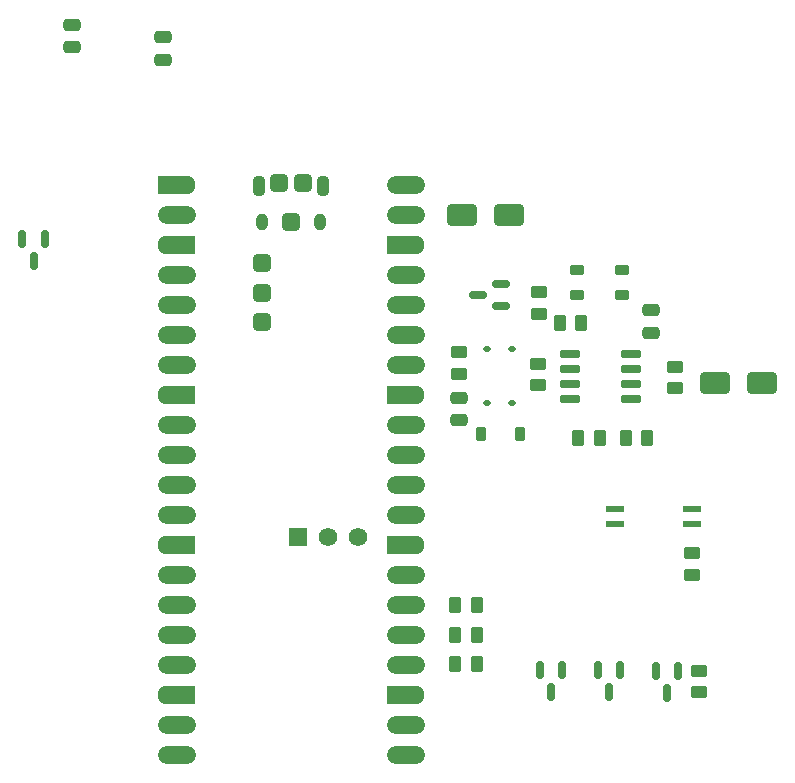
<source format=gbr>
%TF.GenerationSoftware,KiCad,Pcbnew,7.0.9*%
%TF.CreationDate,2023-12-26T12:13:05+08:00*%
%TF.ProjectId,amp_controller,616d705f-636f-46e7-9472-6f6c6c65722e,rev?*%
%TF.SameCoordinates,Original*%
%TF.FileFunction,Paste,Top*%
%TF.FilePolarity,Positive*%
%FSLAX46Y46*%
G04 Gerber Fmt 4.6, Leading zero omitted, Abs format (unit mm)*
G04 Created by KiCad (PCBNEW 7.0.9) date 2023-12-26 12:13:05*
%MOMM*%
%LPD*%
G01*
G04 APERTURE LIST*
G04 Aperture macros list*
%AMRoundRect*
0 Rectangle with rounded corners*
0 $1 Rounding radius*
0 $2 $3 $4 $5 $6 $7 $8 $9 X,Y pos of 4 corners*
0 Add a 4 corners polygon primitive as box body*
4,1,4,$2,$3,$4,$5,$6,$7,$8,$9,$2,$3,0*
0 Add four circle primitives for the rounded corners*
1,1,$1+$1,$2,$3*
1,1,$1+$1,$4,$5*
1,1,$1+$1,$6,$7*
1,1,$1+$1,$8,$9*
0 Add four rect primitives between the rounded corners*
20,1,$1+$1,$2,$3,$4,$5,0*
20,1,$1+$1,$4,$5,$6,$7,0*
20,1,$1+$1,$6,$7,$8,$9,0*
20,1,$1+$1,$8,$9,$2,$3,0*%
%AMFreePoly0*
4,1,28,0.178017,0.779942,0.347107,0.720775,0.498792,0.625465,0.625465,0.498792,0.720775,0.347107,0.779942,0.178017,0.800000,0.000000,0.779942,-0.178017,0.720775,-0.347107,0.625465,-0.498792,0.498792,-0.625465,0.347107,-0.720775,0.178017,-0.779942,0.000000,-0.800000,-2.200000,-0.800000,-2.205014,-0.794986,-2.244504,-0.794986,-2.324698,-0.756366,-2.380194,-0.686777,-2.400000,-0.600000,
-2.400000,0.600000,-2.380194,0.686777,-2.324698,0.756366,-2.244504,0.794986,-2.205014,0.794986,-2.200000,0.800000,0.000000,0.800000,0.178017,0.779942,0.178017,0.779942,$1*%
%AMFreePoly1*
4,1,29,0.605014,0.794986,0.644504,0.794986,0.724698,0.756366,0.780194,0.686777,0.800000,0.600000,0.800000,-0.600000,0.780194,-0.686777,0.724698,-0.756366,0.644504,-0.794986,0.605014,-0.794986,0.600000,-0.800000,0.000000,-0.800000,-1.600000,-0.800000,-1.778017,-0.779942,-1.947107,-0.720775,-2.098792,-0.625465,-2.225465,-0.498792,-2.320775,-0.347107,-2.379942,-0.178017,-2.400000,0.000000,
-2.379942,0.178017,-2.320775,0.347107,-2.225465,0.498792,-2.098792,0.625465,-1.947107,0.720775,-1.778017,0.779942,-1.600000,0.800000,0.600000,0.800000,0.605014,0.794986,0.605014,0.794986,$1*%
%AMFreePoly2*
4,1,29,1.778017,0.779942,1.947107,0.720775,2.098792,0.625465,2.225465,0.498792,2.320775,0.347107,2.379942,0.178017,2.400000,0.000000,2.379942,-0.178017,2.320775,-0.347107,2.225465,-0.498792,2.098792,-0.625465,1.947107,-0.720775,1.778017,-0.779942,1.600000,-0.800000,0.000000,-0.800000,-0.600000,-0.800000,-0.605014,-0.794986,-0.644504,-0.794986,-0.724698,-0.756366,-0.780194,-0.686777,
-0.800000,-0.600000,-0.800000,0.600000,-0.780194,0.686777,-0.724698,0.756366,-0.644504,0.794986,-0.605014,0.794986,-0.600000,0.800000,1.600000,0.800000,1.778017,0.779942,1.778017,0.779942,$1*%
G04 Aperture macros list end*
%ADD10RoundRect,0.225000X0.225000X0.375000X-0.225000X0.375000X-0.225000X-0.375000X0.225000X-0.375000X0*%
%ADD11RoundRect,0.250000X0.450000X-0.262500X0.450000X0.262500X-0.450000X0.262500X-0.450000X-0.262500X0*%
%ADD12RoundRect,0.250000X-0.475000X0.250000X-0.475000X-0.250000X0.475000X-0.250000X0.475000X0.250000X0*%
%ADD13RoundRect,0.250000X-0.262500X-0.450000X0.262500X-0.450000X0.262500X0.450000X-0.262500X0.450000X0*%
%ADD14RoundRect,0.250000X-0.450000X0.262500X-0.450000X-0.262500X0.450000X-0.262500X0.450000X0.262500X0*%
%ADD15RoundRect,0.250000X0.262500X0.450000X-0.262500X0.450000X-0.262500X-0.450000X0.262500X-0.450000X0*%
%ADD16RoundRect,0.250000X-1.000000X-0.650000X1.000000X-0.650000X1.000000X0.650000X-1.000000X0.650000X0*%
%ADD17RoundRect,0.150000X-0.150000X0.587500X-0.150000X-0.587500X0.150000X-0.587500X0.150000X0.587500X0*%
%ADD18RoundRect,0.112500X-0.187500X-0.112500X0.187500X-0.112500X0.187500X0.112500X-0.187500X0.112500X0*%
%ADD19RoundRect,0.218750X-0.381250X0.218750X-0.381250X-0.218750X0.381250X-0.218750X0.381250X0.218750X0*%
%ADD20RoundRect,0.150000X0.725000X0.150000X-0.725000X0.150000X-0.725000X-0.150000X0.725000X-0.150000X0*%
%ADD21RoundRect,0.112500X0.187500X0.112500X-0.187500X0.112500X-0.187500X-0.112500X0.187500X-0.112500X0*%
%ADD22RoundRect,0.150000X0.587500X0.150000X-0.587500X0.150000X-0.587500X-0.150000X0.587500X-0.150000X0*%
%ADD23RoundRect,0.137500X0.662500X0.137500X-0.662500X0.137500X-0.662500X-0.137500X0.662500X-0.137500X0*%
%ADD24O,1.100000X1.800000*%
%ADD25O,1.050000X1.450000*%
%ADD26FreePoly0,0.000000*%
%ADD27RoundRect,0.800000X-0.800000X0.000000X0.800000X0.000000X0.800000X0.000000X-0.800000X0.000000X0*%
%ADD28FreePoly1,0.000000*%
%ADD29FreePoly2,0.000000*%
%ADD30RoundRect,0.200000X-0.587400X-0.587400X0.587400X-0.587400X0.587400X0.587400X-0.587400X0.587400X0*%
%ADD31C,1.574800*%
%ADD32RoundRect,0.300000X-0.450000X-0.450000X0.450000X-0.450000X0.450000X0.450000X-0.450000X0.450000X0*%
%ADD33RoundRect,0.250000X1.000000X0.650000X-1.000000X0.650000X-1.000000X-0.650000X1.000000X-0.650000X0*%
G04 APERTURE END LIST*
D10*
%TO.C,D5*%
X152420217Y-96565867D03*
X149120217Y-96565867D03*
%TD*%
D11*
%TO.C,R12*%
X167008275Y-108481106D03*
X167008275Y-106656106D03*
%TD*%
D12*
%TO.C,C1*%
X114508211Y-61879728D03*
X114508211Y-63779728D03*
%TD*%
D13*
%TO.C,R2*%
X146977001Y-116051415D03*
X148802001Y-116051415D03*
%TD*%
D14*
%TO.C,R5*%
X167615421Y-116597717D03*
X167615421Y-118422717D03*
%TD*%
D15*
%TO.C,R9*%
X159198992Y-96867389D03*
X157373992Y-96867389D03*
%TD*%
D16*
%TO.C,D1*%
X147542666Y-77957258D03*
X151542666Y-77957258D03*
%TD*%
D13*
%TO.C,R11*%
X155816942Y-87168089D03*
X157641942Y-87168089D03*
%TD*%
D17*
%TO.C,U7*%
X112220047Y-80049996D03*
X110320047Y-80049996D03*
X111270047Y-81924996D03*
%TD*%
D18*
%TO.C,D2*%
X149666306Y-93908402D03*
X151766306Y-93908402D03*
%TD*%
D13*
%TO.C,R3*%
X146967447Y-113563338D03*
X148792447Y-113563338D03*
%TD*%
D19*
%TO.C,FB2*%
X161053164Y-82645755D03*
X161053164Y-84770755D03*
%TD*%
D14*
%TO.C,R10*%
X165574615Y-90861975D03*
X165574615Y-92686975D03*
%TD*%
D17*
%TO.C,Q2*%
X160909919Y-116541619D03*
X159009919Y-116541619D03*
X159959919Y-118416619D03*
%TD*%
%TO.C,Q1*%
X156017316Y-116534348D03*
X154117316Y-116534348D03*
X155067316Y-118409348D03*
%TD*%
D20*
%TO.C,U8*%
X161818529Y-93607910D03*
X161818529Y-92337910D03*
X161818529Y-91067910D03*
X161818529Y-89797910D03*
X156668529Y-89797910D03*
X156668529Y-91067910D03*
X156668529Y-92337910D03*
X156668529Y-93607910D03*
%TD*%
D12*
%TO.C,C4*%
X122188601Y-62935483D03*
X122188601Y-64835483D03*
%TD*%
%TO.C,C3*%
X163504788Y-86066391D03*
X163504788Y-87966391D03*
%TD*%
D17*
%TO.C,Q3*%
X165815462Y-116603396D03*
X163915462Y-116603396D03*
X164865462Y-118478396D03*
%TD*%
D21*
%TO.C,D3*%
X151766306Y-89383315D03*
X149666306Y-89383315D03*
%TD*%
D13*
%TO.C,R8*%
X161397036Y-96881965D03*
X163222036Y-96881965D03*
%TD*%
D22*
%TO.C,U4*%
X150797500Y-85707500D03*
X150797500Y-83807500D03*
X148922500Y-84757500D03*
%TD*%
D12*
%TO.C,C2*%
X147259018Y-93492615D03*
X147259018Y-95392615D03*
%TD*%
D23*
%TO.C,U6*%
X166986039Y-104199970D03*
X166986039Y-102929970D03*
X160486039Y-102929970D03*
X160486039Y-104199970D03*
%TD*%
D13*
%TO.C,R4*%
X146946796Y-111000570D03*
X148771796Y-111000570D03*
%TD*%
D14*
%TO.C,R7*%
X147306307Y-89610529D03*
X147306307Y-91435529D03*
%TD*%
D24*
%TO.C,U1*%
X130335000Y-75579685D03*
D25*
X130635000Y-78609685D03*
X135485000Y-78609685D03*
D24*
X135785000Y-75579685D03*
D26*
X124170000Y-75449685D03*
D27*
X123370000Y-77989685D03*
D28*
X124170000Y-80529685D03*
D27*
X123370000Y-83069685D03*
X123370000Y-85609685D03*
X123370000Y-88149685D03*
X123370000Y-90689685D03*
D28*
X124170000Y-93229685D03*
D27*
X123370000Y-95769685D03*
X123370000Y-98309685D03*
X123370000Y-100849685D03*
X123370000Y-103389685D03*
D28*
X124170000Y-105929685D03*
D27*
X123370000Y-108469685D03*
X123370000Y-111009685D03*
X123370000Y-113549685D03*
X123370000Y-116089685D03*
D28*
X124170000Y-118629685D03*
D27*
X123370000Y-121169685D03*
X123370000Y-123709685D03*
X142750000Y-123709685D03*
X142750000Y-121169685D03*
D29*
X141950000Y-118629685D03*
D27*
X142750000Y-116089685D03*
X142750000Y-113549685D03*
X142750000Y-111009685D03*
X142750000Y-108469685D03*
D29*
X141950000Y-105929685D03*
D27*
X142750000Y-103389685D03*
X142750000Y-100849685D03*
X142750000Y-98309685D03*
X142750000Y-95769685D03*
D29*
X141950000Y-93229685D03*
D27*
X142750000Y-90689685D03*
X142750000Y-88149685D03*
X142750000Y-85609685D03*
X142750000Y-83069685D03*
D29*
X141950000Y-80529685D03*
D27*
X142750000Y-77989685D03*
X142750000Y-75449685D03*
D30*
X133644100Y-105279685D03*
D31*
X136184100Y-105279685D03*
X138724100Y-105279685D03*
D32*
X133060000Y-78579685D03*
X134060000Y-75279685D03*
X132060000Y-75279685D03*
X130560000Y-82079685D03*
X130560000Y-84579685D03*
X130560000Y-87079685D03*
%TD*%
D14*
%TO.C,R1*%
X154019551Y-84535000D03*
X154019551Y-86360000D03*
%TD*%
D19*
%TO.C,FB1*%
X157258318Y-82654270D03*
X157258318Y-84779270D03*
%TD*%
D33*
%TO.C,D4*%
X172925417Y-92224648D03*
X168925417Y-92224648D03*
%TD*%
D11*
%TO.C,R6*%
X153928195Y-92424603D03*
X153928195Y-90599603D03*
%TD*%
M02*

</source>
